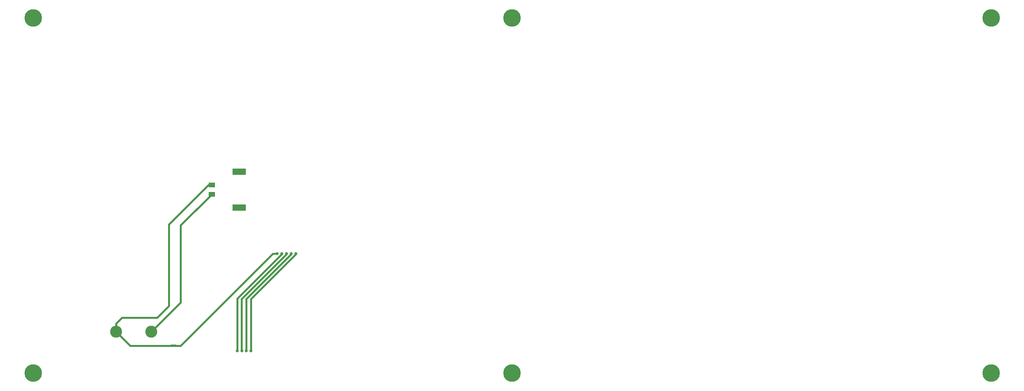
<source format=gbl>
%TF.GenerationSoftware,KiCad,Pcbnew,7.0.2-0*%
%TF.CreationDate,2024-05-09T13:19:14-07:00*%
%TF.ProjectId,New_Coil_Panel_Y,4e65775f-436f-4696-9c5f-50616e656c5f,2.0*%
%TF.SameCoordinates,Original*%
%TF.FileFunction,Copper,L6,Bot*%
%TF.FilePolarity,Positive*%
%FSLAX46Y46*%
G04 Gerber Fmt 4.6, Leading zero omitted, Abs format (unit mm)*
G04 Created by KiCad (PCBNEW 7.0.2-0) date 2024-05-09 13:19:14*
%MOMM*%
%LPD*%
G01*
G04 APERTURE LIST*
%TA.AperFunction,ComponentPad*%
%ADD10C,2.600000*%
%TD*%
%TA.AperFunction,ConnectorPad*%
%ADD11C,3.800000*%
%TD*%
%TA.AperFunction,SMDPad,CuDef*%
%ADD12R,1.450000X1.100000*%
%TD*%
%TA.AperFunction,SMDPad,CuDef*%
%ADD13R,2.899999X1.350000*%
%TD*%
%TA.AperFunction,SMDPad,CuDef*%
%ADD14C,0.500000*%
%TD*%
%TA.AperFunction,ViaPad*%
%ADD15C,0.650000*%
%TD*%
%TA.AperFunction,Conductor*%
%ADD16C,0.450000*%
%TD*%
G04 APERTURE END LIST*
%TA.AperFunction,EtchedComponent*%
G36*
X83304000Y-121916000D02*
G01*
X82304000Y-121916000D01*
X82304000Y-121416000D01*
X83304000Y-121416000D01*
X83304000Y-121916000D01*
G37*
%TD.AperFunction*%
D10*
X52371631Y-50586000D03*
D11*
X52371631Y-50586000D03*
D10*
X70348000Y-118626000D03*
X77968000Y-118626000D03*
D12*
X91053001Y-86799003D03*
X91053001Y-88799004D03*
D13*
X97028000Y-83904005D03*
X97028000Y-91694000D03*
D10*
X156121631Y-50586000D03*
D11*
X156121631Y-50586000D03*
D10*
X259871631Y-127586000D03*
D11*
X259871631Y-127586000D03*
D10*
X156121631Y-127586000D03*
D11*
X156121631Y-127586000D03*
D10*
X52371631Y-127586000D03*
D11*
X52371631Y-127586000D03*
D10*
X259871631Y-50586000D03*
D11*
X259871631Y-50586000D03*
D14*
X83304000Y-121666000D03*
X82304000Y-121666000D03*
D15*
X106269688Y-101733880D03*
X97633688Y-122783880D03*
X99568000Y-122783880D03*
X96617688Y-122783880D03*
X107285688Y-101733880D03*
X108301688Y-101733880D03*
X109317688Y-101733880D03*
X98552000Y-122783880D03*
X105253688Y-101733880D03*
D16*
X81788000Y-95339004D02*
X81788000Y-113030000D01*
X79248000Y-115570000D02*
X71628000Y-115570000D01*
X71628000Y-115570000D02*
X70348000Y-116850000D01*
X70348000Y-118626000D02*
X73388000Y-121666000D01*
X70348000Y-116850000D02*
X70348000Y-118626000D01*
X91053001Y-86799003D02*
X90328001Y-86799003D01*
X90328001Y-86799003D02*
X81788000Y-95339004D01*
X81788000Y-113030000D02*
X79248000Y-115570000D01*
X73388000Y-121666000D02*
X82304000Y-121666000D01*
X84328000Y-121666000D02*
X83304000Y-121666000D01*
X107285688Y-101733880D02*
X107285688Y-101756312D01*
X108301688Y-101756312D02*
X108301688Y-101733880D01*
X97536000Y-122686192D02*
X97633688Y-122783880D01*
X84328000Y-112266000D02*
X77968000Y-118626000D01*
X97536000Y-111506000D02*
X97536000Y-122686192D01*
X105253688Y-101733880D02*
X104260120Y-101733880D01*
X99568000Y-111506000D02*
X109317688Y-101756312D01*
X109317688Y-101756312D02*
X109317688Y-101733880D01*
X98552000Y-111506000D02*
X108301688Y-101756312D01*
X107285688Y-101756312D02*
X97536000Y-111506000D01*
X91053001Y-88799004D02*
X84328000Y-95524005D01*
X99568000Y-122783880D02*
X99568000Y-111506000D01*
X104260120Y-101733880D02*
X84328000Y-121666000D01*
X96617688Y-111408312D02*
X106269688Y-101756312D01*
X98552000Y-122783880D02*
X98552000Y-111506000D01*
X96617688Y-122783880D02*
X96617688Y-111408312D01*
X84328000Y-95524005D02*
X84328000Y-112266000D01*
X106269688Y-101756312D02*
X106269688Y-101733880D01*
M02*

</source>
